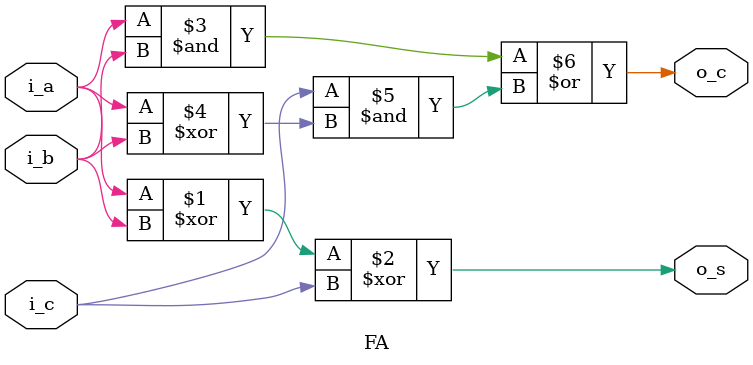
<source format=sv>
module FA_32 (
input logic [31:0] i_fa_a, i_fa_b,
input logic i_fa_c,
output logic [31:0] o_fa_s, o_fa_c
);

FA fa0 (.i_a(i_fa_a[0]), .i_b(i_fa_b[0]), .i_c(i_fa_c), .o_s(o_fa_s[0]), .o_c(o_fa_c[0]));
FA fa1 (.i_a(i_fa_a[1]), .i_b(i_fa_b[1]), .i_c(o_fa_c[0]), .o_s(o_fa_s[1]), .o_c(o_fa_c[1]));
FA fa2 (.i_a(i_fa_a[2]), .i_b(i_fa_b[2]), .i_c(o_fa_c[1]), .o_s(o_fa_s[2]), .o_c(o_fa_c[2]));
FA fa3 (.i_a(i_fa_a[3]), .i_b(i_fa_b[3]), .i_c(o_fa_c[2]), .o_s(o_fa_s[3]), .o_c(o_fa_c[3]));
FA fa4 (.i_a(i_fa_a[4]), .i_b(i_fa_b[4]), .i_c(o_fa_c[3]), .o_s(o_fa_s[4]), .o_c(o_fa_c[4]));
FA fa5 (.i_a(i_fa_a[5]), .i_b(i_fa_b[5]), .i_c(o_fa_c[4]), .o_s(o_fa_s[5]), .o_c(o_fa_c[5]));
FA fa6 (.i_a(i_fa_a[6]), .i_b(i_fa_b[6]), .i_c(o_fa_c[5]), .o_s(o_fa_s[6]), .o_c(o_fa_c[6]));
FA fa7 (.i_a(i_fa_a[7]), .i_b(i_fa_b[7]), .i_c(o_fa_c[6]), .o_s(o_fa_s[7]), .o_c(o_fa_c[7]));
FA fa8 (.i_a(i_fa_a[8]), .i_b(i_fa_b[8]), .i_c(o_fa_c[7]), .o_s(o_fa_s[8]), .o_c(o_fa_c[8]));
FA fa9 (.i_a(i_fa_a[9]), .i_b(i_fa_b[9]), .i_c(o_fa_c[8]), .o_s(o_fa_s[9]), .o_c(o_fa_c[9]));
FA fa10 (.i_a(i_fa_a[10]), .i_b(i_fa_b[10]), .i_c(o_fa_c[9]), .o_s(o_fa_s[10]), .o_c(o_fa_c[10]));
FA fa11 (.i_a(i_fa_a[11]), .i_b(i_fa_b[11]), .i_c(o_fa_c[10]), .o_s(o_fa_s[11]), .o_c(o_fa_c[11]));
FA fa12 (.i_a(i_fa_a[12]), .i_b(i_fa_b[12]), .i_c(o_fa_c[11]), .o_s(o_fa_s[12]), .o_c(o_fa_c[12]));
FA fa13 (.i_a(i_fa_a[13]), .i_b(i_fa_b[13]), .i_c(o_fa_c[12]), .o_s(o_fa_s[13]), .o_c(o_fa_c[13]));
FA fa14 (.i_a(i_fa_a[14]), .i_b(i_fa_b[14]), .i_c(o_fa_c[13]), .o_s(o_fa_s[14]), .o_c(o_fa_c[14]));
FA fa15 (.i_a(i_fa_a[15]), .i_b(i_fa_b[15]), .i_c(o_fa_c[14]), .o_s(o_fa_s[15]), .o_c(o_fa_c[15]));
FA fa16 (.i_a(i_fa_a[16]), .i_b(i_fa_b[16]), .i_c(o_fa_c[15]), .o_s(o_fa_s[16]), .o_c(o_fa_c[16]));
FA fa17 (.i_a(i_fa_a[17]), .i_b(i_fa_b[17]), .i_c(o_fa_c[16]), .o_s(o_fa_s[17]), .o_c(o_fa_c[17]));
FA fa18 (.i_a(i_fa_a[18]), .i_b(i_fa_b[18]), .i_c(o_fa_c[17]), .o_s(o_fa_s[18]), .o_c(o_fa_c[18]));
FA fa19 (.i_a(i_fa_a[19]), .i_b(i_fa_b[19]), .i_c(o_fa_c[18]), .o_s(o_fa_s[19]), .o_c(o_fa_c[19]));
FA fa20 (.i_a(i_fa_a[20]), .i_b(i_fa_b[20]), .i_c(o_fa_c[19]), .o_s(o_fa_s[20]), .o_c(o_fa_c[20]));
FA fa21 (.i_a(i_fa_a[21]), .i_b(i_fa_b[21]), .i_c(o_fa_c[20]), .o_s(o_fa_s[21]), .o_c(o_fa_c[21]));
FA fa22 (.i_a(i_fa_a[22]), .i_b(i_fa_b[22]), .i_c(o_fa_c[21]), .o_s(o_fa_s[22]), .o_c(o_fa_c[22]));
FA fa23 (.i_a(i_fa_a[23]), .i_b(i_fa_b[23]), .i_c(o_fa_c[22]), .o_s(o_fa_s[23]), .o_c(o_fa_c[23]));
FA fa24 (.i_a(i_fa_a[24]), .i_b(i_fa_b[24]), .i_c(o_fa_c[23]), .o_s(o_fa_s[24]), .o_c(o_fa_c[24]));
FA fa25 (.i_a(i_fa_a[25]), .i_b(i_fa_b[25]), .i_c(o_fa_c[24]), .o_s(o_fa_s[25]), .o_c(o_fa_c[25]));
FA fa26 (.i_a(i_fa_a[26]), .i_b(i_fa_b[26]), .i_c(o_fa_c[25]), .o_s(o_fa_s[26]), .o_c(o_fa_c[26]));
FA fa27 (.i_a(i_fa_a[27]), .i_b(i_fa_b[27]), .i_c(o_fa_c[26]), .o_s(o_fa_s[27]), .o_c(o_fa_c[27]));
FA fa28 (.i_a(i_fa_a[28]), .i_b(i_fa_b[28]), .i_c(o_fa_c[27]), .o_s(o_fa_s[28]), .o_c(o_fa_c[28]));
FA fa29 (.i_a(i_fa_a[29]), .i_b(i_fa_b[29]), .i_c(o_fa_c[28]), .o_s(o_fa_s[29]), .o_c(o_fa_c[29]));
FA fa30 (.i_a(i_fa_a[30]), .i_b(i_fa_b[30]), .i_c(o_fa_c[29]), .o_s(o_fa_s[30]), .o_c(o_fa_c[30]));
FA fa31 (.i_a(i_fa_a[31]), .i_b(i_fa_b[31]), .i_c(o_fa_c[30]), .o_s(o_fa_s[31]), .o_c(o_fa_c[31]));

endmodule


module FA (
input logic i_a, i_b, i_c,
output logic o_s, o_c
);
   assign o_s = i_a^i_b^i_c;
	assign o_c = (i_a&i_b) | (i_c&(i_a^i_b));
endmodule

</source>
